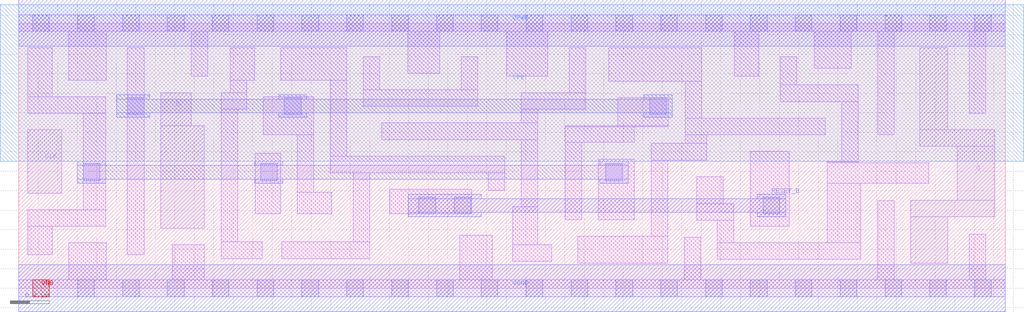
<source format=lef>
# Copyright 2020 The SkyWater PDK Authors
#
# Licensed under the Apache License, Version 2.0 (the "License");
# you may not use this file except in compliance with the License.
# You may obtain a copy of the License at
#
#     https://www.apache.org/licenses/LICENSE-2.0
#
# Unless required by applicable law or agreed to in writing, software
# distributed under the License is distributed on an "AS IS" BASIS,
# WITHOUT WARRANTIES OR CONDITIONS OF ANY KIND, either express or implied.
# See the License for the specific language governing permissions and
# limitations under the License.
#
# SPDX-License-Identifier: Apache-2.0

VERSION 5.7 ;
  NOWIREEXTENSIONATPIN ON ;
  DIVIDERCHAR "/" ;
  BUSBITCHARS "[]" ;
PROPERTYDEFINITIONS
  MACRO maskLayoutSubType STRING ;
  MACRO prCellType STRING ;
  MACRO originalViewName STRING ;
END PROPERTYDEFINITIONS
MACRO sky130_fd_sc_hdll__dfrtp_2
  CLASS CORE ;
  FOREIGN sky130_fd_sc_hdll__dfrtp_2 ;
  ORIGIN  0.000000  0.000000 ;
  SIZE  10.12000 BY  2.720000 ;
  SYMMETRY X Y R90 ;
  SITE unithd ;
  PIN CLK
    ANTENNAGATEAREA  0.178200 ;
    DIRECTION INPUT ;
    USE SIGNAL ;
    PORT
      LAYER li1 ;
        RECT 0.090000 0.975000 0.440000 1.625000 ;
    END
  END CLK
  PIN D
    ANTENNAGATEAREA  0.138600 ;
    DIRECTION INPUT ;
    USE SIGNAL ;
    PORT
      LAYER li1 ;
        RECT 1.455000 0.615000 1.905000 1.665000 ;
        RECT 1.455000 1.665000 1.770000 2.005000 ;
    END
  END D
  PIN Q
    ANTENNADIFFAREA  0.530500 ;
    DIRECTION OUTPUT ;
    USE SIGNAL ;
    PORT
      LAYER li1 ;
        RECT 9.150000 0.255000  9.530000 0.735000 ;
        RECT 9.150000 0.735000 10.010000 0.905000 ;
        RECT 9.240000 1.455000 10.010000 1.625000 ;
        RECT 9.240000 1.625000  9.530000 2.465000 ;
        RECT 9.625000 0.905000 10.010000 1.455000 ;
    END
  END Q
  PIN RESET_B
    ANTENNAGATEAREA  0.277200 ;
    DIRECTION INPUT ;
    USE SIGNAL ;
    PORT
      LAYER met1 ;
        RECT 3.995000 0.735000 4.745000 0.780000 ;
        RECT 3.995000 0.780000 7.865000 0.920000 ;
        RECT 3.995000 0.920000 4.745000 0.965000 ;
        RECT 7.575000 0.735000 7.865000 0.780000 ;
        RECT 7.575000 0.920000 7.865000 0.965000 ;
    END
  END RESET_B
  PIN VGND
    ANTENNADIFFAREA  1.315400 ;
    DIRECTION INOUT ;
    USE SIGNAL ;
    PORT
      LAYER met1 ;
        RECT 0.000000 -0.240000 10.120000 0.240000 ;
    END
  END VGND
  PIN VNB
    PORT
      LAYER pwell ;
        RECT 0.145000 -0.085000 0.315000 0.085000 ;
    END
  END VNB
  PIN VPB
    PORT
      LAYER nwell ;
        RECT -0.190000 1.305000 10.310000 2.910000 ;
    END
  END VPB
  PIN VPWR
    ANTENNADIFFAREA  1.584500 ;
    DIRECTION INOUT ;
    USE SIGNAL ;
    PORT
      LAYER met1 ;
        RECT 0.000000 2.480000 10.120000 2.960000 ;
    END
  END VPWR
  OBS
    LAYER li1 ;
      RECT 0.000000 -0.085000 10.120000 0.085000 ;
      RECT 0.000000  2.635000 10.120000 2.805000 ;
      RECT 0.090000  0.345000  0.345000 0.635000 ;
      RECT 0.090000  0.635000  0.890000 0.805000 ;
      RECT 0.090000  1.795000  0.890000 1.965000 ;
      RECT 0.090000  1.965000  0.345000 2.465000 ;
      RECT 0.515000  0.085000  0.895000 0.465000 ;
      RECT 0.515000  2.135000  0.895000 2.635000 ;
      RECT 0.660000  0.805000  0.890000 1.795000 ;
      RECT 1.115000  0.345000  1.285000 2.465000 ;
      RECT 1.575000  0.085000  1.905000 0.445000 ;
      RECT 1.770000  2.175000  1.940000 2.635000 ;
      RECT 2.075000  0.305000  2.495000 0.475000 ;
      RECT 2.075000  0.475000  2.245000 1.835000 ;
      RECT 2.075000  1.835000  2.340000 2.005000 ;
      RECT 2.170000  2.005000  2.340000 2.135000 ;
      RECT 2.170000  2.135000  2.420000 2.465000 ;
      RECT 2.425000  0.765000  2.685000 1.385000 ;
      RECT 2.510000  1.575000  3.025000 1.965000 ;
      RECT 2.685000  2.135000  3.365000 2.465000 ;
      RECT 2.695000  0.305000  3.600000 0.475000 ;
      RECT 2.855000  0.765000  3.210000 0.985000 ;
      RECT 2.855000  0.985000  3.025000 1.575000 ;
      RECT 3.195000  1.185000  4.985000 1.355000 ;
      RECT 3.195000  1.355000  3.365000 2.135000 ;
      RECT 3.430000  0.475000  3.600000 1.185000 ;
      RECT 3.535000  1.865000  4.710000 2.035000 ;
      RECT 3.535000  2.035000  3.705000 2.375000 ;
      RECT 3.725000  1.525000  5.325000 1.695000 ;
      RECT 3.805000  0.765000  4.645000 1.015000 ;
      RECT 3.990000  2.205000  4.320000 2.635000 ;
      RECT 4.525000  0.085000  4.855000 0.545000 ;
      RECT 4.540000  2.035000  4.710000 2.375000 ;
      RECT 4.815000  1.005000  4.985000 1.185000 ;
      RECT 5.005000  2.175000  5.425000 2.635000 ;
      RECT 5.065000  0.275000  5.465000 0.445000 ;
      RECT 5.065000  0.445000  5.325000 0.835000 ;
      RECT 5.155000  0.835000  5.325000 1.525000 ;
      RECT 5.155000  1.695000  5.325000 1.835000 ;
      RECT 5.155000  1.835000  5.815000 2.005000 ;
      RECT 5.605000  0.705000  5.775000 1.495000 ;
      RECT 5.605000  1.495000  6.315000 1.655000 ;
      RECT 5.605000  1.655000  6.660000 1.665000 ;
      RECT 5.645000  2.005000  5.815000 2.465000 ;
      RECT 5.735000  0.255000  6.655000 0.535000 ;
      RECT 5.945000  0.705000  6.315000 1.325000 ;
      RECT 6.050000  2.125000  7.005000 2.465000 ;
      RECT 6.145000  1.665000  6.660000 1.955000 ;
      RECT 6.485000  0.535000  6.655000 1.315000 ;
      RECT 6.485000  1.315000  7.055000 1.485000 ;
      RECT 6.825000  0.085000  6.995000 0.525000 ;
      RECT 6.835000  1.485000  7.055000 1.575000 ;
      RECT 6.835000  1.575000  8.270000 1.745000 ;
      RECT 6.835000  1.745000  7.005000 2.125000 ;
      RECT 6.955000  0.695000  7.335000 0.865000 ;
      RECT 6.955000  0.865000  7.225000 1.145000 ;
      RECT 7.165000  0.295000  8.635000 0.465000 ;
      RECT 7.165000  0.465000  7.335000 0.695000 ;
      RECT 7.340000  2.175000  7.590000 2.635000 ;
      RECT 7.505000  0.635000  7.905000 1.405000 ;
      RECT 7.810000  1.915000  8.610000 2.085000 ;
      RECT 7.810000  2.085000  7.980000 2.375000 ;
      RECT 8.160000  2.255000  8.540000 2.635000 ;
      RECT 8.290000  0.465000  8.635000 1.075000 ;
      RECT 8.290000  1.075000  9.335000 1.285000 ;
      RECT 8.290000  1.285000  8.610000 1.295000 ;
      RECT 8.440000  1.295000  8.610000 1.915000 ;
      RECT 8.810000  0.085000  8.980000 0.895000 ;
      RECT 8.810000  1.575000  8.980000 2.635000 ;
      RECT 9.750000  0.085000  9.920000 0.555000 ;
      RECT 9.750000  1.795000  9.920000 2.635000 ;
    LAYER mcon ;
      RECT 0.145000 -0.085000 0.315000 0.085000 ;
      RECT 0.145000  2.635000 0.315000 2.805000 ;
      RECT 0.605000 -0.085000 0.775000 0.085000 ;
      RECT 0.605000  2.635000 0.775000 2.805000 ;
      RECT 0.660000  1.105000 0.830000 1.275000 ;
      RECT 1.065000 -0.085000 1.235000 0.085000 ;
      RECT 1.065000  2.635000 1.235000 2.805000 ;
      RECT 1.115000  1.785000 1.285000 1.955000 ;
      RECT 1.525000 -0.085000 1.695000 0.085000 ;
      RECT 1.525000  2.635000 1.695000 2.805000 ;
      RECT 1.985000 -0.085000 2.155000 0.085000 ;
      RECT 1.985000  2.635000 2.155000 2.805000 ;
      RECT 2.445000 -0.085000 2.615000 0.085000 ;
      RECT 2.445000  2.635000 2.615000 2.805000 ;
      RECT 2.480000  1.105000 2.650000 1.275000 ;
      RECT 2.725000  1.785000 2.895000 1.955000 ;
      RECT 2.905000 -0.085000 3.075000 0.085000 ;
      RECT 2.905000  2.635000 3.075000 2.805000 ;
      RECT 3.365000 -0.085000 3.535000 0.085000 ;
      RECT 3.365000  2.635000 3.535000 2.805000 ;
      RECT 3.825000 -0.085000 3.995000 0.085000 ;
      RECT 3.825000  2.635000 3.995000 2.805000 ;
      RECT 4.105000  0.765000 4.275000 0.935000 ;
      RECT 4.285000 -0.085000 4.455000 0.085000 ;
      RECT 4.285000  2.635000 4.455000 2.805000 ;
      RECT 4.465000  0.765000 4.635000 0.935000 ;
      RECT 4.745000 -0.085000 4.915000 0.085000 ;
      RECT 4.745000  2.635000 4.915000 2.805000 ;
      RECT 5.205000 -0.085000 5.375000 0.085000 ;
      RECT 5.205000  2.635000 5.375000 2.805000 ;
      RECT 5.665000 -0.085000 5.835000 0.085000 ;
      RECT 5.665000  2.635000 5.835000 2.805000 ;
      RECT 6.020000  1.105000 6.190000 1.275000 ;
      RECT 6.125000 -0.085000 6.295000 0.085000 ;
      RECT 6.125000  2.635000 6.295000 2.805000 ;
      RECT 6.470000  1.785000 6.640000 1.955000 ;
      RECT 6.585000 -0.085000 6.755000 0.085000 ;
      RECT 6.585000  2.635000 6.755000 2.805000 ;
      RECT 7.045000 -0.085000 7.215000 0.085000 ;
      RECT 7.045000  2.635000 7.215000 2.805000 ;
      RECT 7.505000 -0.085000 7.675000 0.085000 ;
      RECT 7.505000  2.635000 7.675000 2.805000 ;
      RECT 7.635000  0.765000 7.805000 0.935000 ;
      RECT 7.965000 -0.085000 8.135000 0.085000 ;
      RECT 7.965000  2.635000 8.135000 2.805000 ;
      RECT 8.425000 -0.085000 8.595000 0.085000 ;
      RECT 8.425000  2.635000 8.595000 2.805000 ;
      RECT 8.885000 -0.085000 9.055000 0.085000 ;
      RECT 8.885000  2.635000 9.055000 2.805000 ;
      RECT 9.345000 -0.085000 9.515000 0.085000 ;
      RECT 9.345000  2.635000 9.515000 2.805000 ;
      RECT 9.805000 -0.085000 9.975000 0.085000 ;
      RECT 9.805000  2.635000 9.975000 2.805000 ;
    LAYER met1 ;
      RECT 0.600000 1.075000 0.890000 1.120000 ;
      RECT 0.600000 1.120000 6.250000 1.260000 ;
      RECT 0.600000 1.260000 0.890000 1.305000 ;
      RECT 1.005000 1.755000 1.345000 1.800000 ;
      RECT 1.005000 1.800000 6.700000 1.940000 ;
      RECT 1.005000 1.940000 1.345000 1.985000 ;
      RECT 2.420000 1.075000 2.710000 1.120000 ;
      RECT 2.420000 1.260000 2.710000 1.305000 ;
      RECT 2.665000 1.755000 2.955000 1.800000 ;
      RECT 2.665000 1.940000 2.955000 1.985000 ;
      RECT 5.960000 1.075000 6.250000 1.120000 ;
      RECT 5.960000 1.260000 6.250000 1.305000 ;
      RECT 6.410000 1.755000 6.700000 1.800000 ;
      RECT 6.410000 1.940000 6.700000 1.985000 ;
  END
  PROPERTY maskLayoutSubType "abstract" ;
  PROPERTY prCellType "standard" ;
  PROPERTY originalViewName "layout" ;
END sky130_fd_sc_hdll__dfrtp_2
END LIBRARY

</source>
